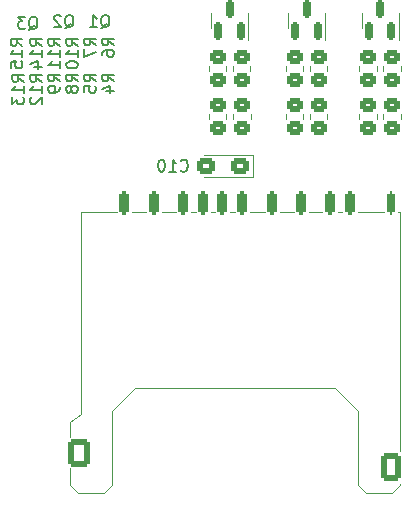
<source format=gbo>
%TF.GenerationSoftware,KiCad,Pcbnew,(6.0.7)*%
%TF.CreationDate,2022-09-18T21:03:07-04:00*%
%TF.ProjectId,SD2IEC,53443249-4543-42e6-9b69-6361645f7063,A*%
%TF.SameCoordinates,Original*%
%TF.FileFunction,Legend,Bot*%
%TF.FilePolarity,Positive*%
%FSLAX46Y46*%
G04 Gerber Fmt 4.6, Leading zero omitted, Abs format (unit mm)*
G04 Created by KiCad (PCBNEW (6.0.7)) date 2022-09-18 21:03:07*
%MOMM*%
%LPD*%
G01*
G04 APERTURE LIST*
G04 Aperture macros list*
%AMRoundRect*
0 Rectangle with rounded corners*
0 $1 Rounding radius*
0 $2 $3 $4 $5 $6 $7 $8 $9 X,Y pos of 4 corners*
0 Add a 4 corners polygon primitive as box body*
4,1,4,$2,$3,$4,$5,$6,$7,$8,$9,$2,$3,0*
0 Add four circle primitives for the rounded corners*
1,1,$1+$1,$2,$3*
1,1,$1+$1,$4,$5*
1,1,$1+$1,$6,$7*
1,1,$1+$1,$8,$9*
0 Add four rect primitives between the rounded corners*
20,1,$1+$1,$2,$3,$4,$5,0*
20,1,$1+$1,$4,$5,$6,$7,0*
20,1,$1+$1,$6,$7,$8,$9,0*
20,1,$1+$1,$8,$9,$2,$3,0*%
G04 Aperture macros list end*
%ADD10C,0.150000*%
%ADD11C,0.120000*%
%ADD12C,3.800000*%
%ADD13C,0.990600*%
%ADD14C,1.500000*%
%ADD15R,1.600000X1.600000*%
%ADD16O,1.600000X1.600000*%
%ADD17C,2.600000*%
%ADD18C,2.100000*%
%ADD19C,1.750000*%
%ADD20RoundRect,0.750000X-3.000000X0.750000X-3.000000X-0.750000X3.000000X-0.750000X3.000000X0.750000X0*%
%ADD21RoundRect,0.250000X0.725000X-0.600000X0.725000X0.600000X-0.725000X0.600000X-0.725000X-0.600000X0*%
%ADD22O,1.950000X1.700000*%
%ADD23RoundRect,0.250000X0.450000X-0.350000X0.450000X0.350000X-0.450000X0.350000X-0.450000X-0.350000X0*%
%ADD24RoundRect,0.250000X-0.450000X0.350000X-0.450000X-0.350000X0.450000X-0.350000X0.450000X0.350000X0*%
%ADD25RoundRect,0.150000X0.150000X-0.587500X0.150000X0.587500X-0.150000X0.587500X-0.150000X-0.587500X0*%
%ADD26RoundRect,0.250000X0.537500X0.425000X-0.537500X0.425000X-0.537500X-0.425000X0.537500X-0.425000X0*%
%ADD27RoundRect,0.250400X0.149600X0.749600X-0.149600X0.749600X-0.149600X-0.749600X0.149600X-0.749600X0*%
%ADD28RoundRect,0.249900X0.100100X0.750100X-0.100100X0.750100X-0.100100X-0.750100X0.100100X-0.750100X0*%
%ADD29RoundRect,0.250200X0.649800X0.949800X-0.649800X0.949800X-0.649800X-0.949800X0.649800X-0.949800X0*%
%ADD30RoundRect,0.249900X0.600100X0.950100X-0.600100X0.950100X-0.600100X-0.950100X0.600100X-0.950100X0*%
G04 APERTURE END LIST*
D10*
X103576380Y-93479333D02*
X103100190Y-93146000D01*
X103576380Y-92907904D02*
X102576380Y-92907904D01*
X102576380Y-93288857D01*
X102624000Y-93384095D01*
X102671619Y-93431714D01*
X102766857Y-93479333D01*
X102909714Y-93479333D01*
X103004952Y-93431714D01*
X103052571Y-93384095D01*
X103100190Y-93288857D01*
X103100190Y-92907904D01*
X102909714Y-94336476D02*
X103576380Y-94336476D01*
X102528761Y-94098380D02*
X103243047Y-93860285D01*
X103243047Y-94479333D01*
X102052380Y-93479333D02*
X101576190Y-93146000D01*
X102052380Y-92907904D02*
X101052380Y-92907904D01*
X101052380Y-93288857D01*
X101100000Y-93384095D01*
X101147619Y-93431714D01*
X101242857Y-93479333D01*
X101385714Y-93479333D01*
X101480952Y-93431714D01*
X101528571Y-93384095D01*
X101576190Y-93288857D01*
X101576190Y-92907904D01*
X101052380Y-94384095D02*
X101052380Y-93907904D01*
X101528571Y-93860285D01*
X101480952Y-93907904D01*
X101433333Y-94003142D01*
X101433333Y-94241238D01*
X101480952Y-94336476D01*
X101528571Y-94384095D01*
X101623809Y-94431714D01*
X101861904Y-94431714D01*
X101957142Y-94384095D01*
X102004761Y-94336476D01*
X102052380Y-94241238D01*
X102052380Y-94003142D01*
X102004761Y-93907904D01*
X101957142Y-93860285D01*
X103576380Y-90431333D02*
X103100190Y-90098000D01*
X103576380Y-89859904D02*
X102576380Y-89859904D01*
X102576380Y-90240857D01*
X102624000Y-90336095D01*
X102671619Y-90383714D01*
X102766857Y-90431333D01*
X102909714Y-90431333D01*
X103004952Y-90383714D01*
X103052571Y-90336095D01*
X103100190Y-90240857D01*
X103100190Y-89859904D01*
X102576380Y-91288476D02*
X102576380Y-91098000D01*
X102624000Y-91002761D01*
X102671619Y-90955142D01*
X102814476Y-90859904D01*
X103004952Y-90812285D01*
X103385904Y-90812285D01*
X103481142Y-90859904D01*
X103528761Y-90907523D01*
X103576380Y-91002761D01*
X103576380Y-91193238D01*
X103528761Y-91288476D01*
X103481142Y-91336095D01*
X103385904Y-91383714D01*
X103147809Y-91383714D01*
X103052571Y-91336095D01*
X103004952Y-91288476D01*
X102957333Y-91193238D01*
X102957333Y-91002761D01*
X103004952Y-90907523D01*
X103052571Y-90859904D01*
X103147809Y-90812285D01*
X102052380Y-90431333D02*
X101576190Y-90098000D01*
X102052380Y-89859904D02*
X101052380Y-89859904D01*
X101052380Y-90240857D01*
X101100000Y-90336095D01*
X101147619Y-90383714D01*
X101242857Y-90431333D01*
X101385714Y-90431333D01*
X101480952Y-90383714D01*
X101528571Y-90336095D01*
X101576190Y-90240857D01*
X101576190Y-89859904D01*
X101052380Y-90764666D02*
X101052380Y-91431333D01*
X102052380Y-91002761D01*
X100528380Y-93479333D02*
X100052190Y-93146000D01*
X100528380Y-92907904D02*
X99528380Y-92907904D01*
X99528380Y-93288857D01*
X99576000Y-93384095D01*
X99623619Y-93431714D01*
X99718857Y-93479333D01*
X99861714Y-93479333D01*
X99956952Y-93431714D01*
X100004571Y-93384095D01*
X100052190Y-93288857D01*
X100052190Y-92907904D01*
X99956952Y-94050761D02*
X99909333Y-93955523D01*
X99861714Y-93907904D01*
X99766476Y-93860285D01*
X99718857Y-93860285D01*
X99623619Y-93907904D01*
X99576000Y-93955523D01*
X99528380Y-94050761D01*
X99528380Y-94241238D01*
X99576000Y-94336476D01*
X99623619Y-94384095D01*
X99718857Y-94431714D01*
X99766476Y-94431714D01*
X99861714Y-94384095D01*
X99909333Y-94336476D01*
X99956952Y-94241238D01*
X99956952Y-94050761D01*
X100004571Y-93955523D01*
X100052190Y-93907904D01*
X100147428Y-93860285D01*
X100337904Y-93860285D01*
X100433142Y-93907904D01*
X100480761Y-93955523D01*
X100528380Y-94050761D01*
X100528380Y-94241238D01*
X100480761Y-94336476D01*
X100433142Y-94384095D01*
X100337904Y-94431714D01*
X100147428Y-94431714D01*
X100052190Y-94384095D01*
X100004571Y-94336476D01*
X99956952Y-94241238D01*
X99004380Y-93479333D02*
X98528190Y-93146000D01*
X99004380Y-92907904D02*
X98004380Y-92907904D01*
X98004380Y-93288857D01*
X98052000Y-93384095D01*
X98099619Y-93431714D01*
X98194857Y-93479333D01*
X98337714Y-93479333D01*
X98432952Y-93431714D01*
X98480571Y-93384095D01*
X98528190Y-93288857D01*
X98528190Y-92907904D01*
X99004380Y-93955523D02*
X99004380Y-94146000D01*
X98956761Y-94241238D01*
X98909142Y-94288857D01*
X98766285Y-94384095D01*
X98575809Y-94431714D01*
X98194857Y-94431714D01*
X98099619Y-94384095D01*
X98052000Y-94336476D01*
X98004380Y-94241238D01*
X98004380Y-94050761D01*
X98052000Y-93955523D01*
X98099619Y-93907904D01*
X98194857Y-93860285D01*
X98432952Y-93860285D01*
X98528190Y-93907904D01*
X98575809Y-93955523D01*
X98623428Y-94050761D01*
X98623428Y-94241238D01*
X98575809Y-94336476D01*
X98528190Y-94384095D01*
X98432952Y-94431714D01*
X100528380Y-90463142D02*
X100052190Y-90129809D01*
X100528380Y-89891714D02*
X99528380Y-89891714D01*
X99528380Y-90272666D01*
X99576000Y-90367904D01*
X99623619Y-90415523D01*
X99718857Y-90463142D01*
X99861714Y-90463142D01*
X99956952Y-90415523D01*
X100004571Y-90367904D01*
X100052190Y-90272666D01*
X100052190Y-89891714D01*
X100528380Y-91415523D02*
X100528380Y-90844095D01*
X100528380Y-91129809D02*
X99528380Y-91129809D01*
X99671238Y-91034571D01*
X99766476Y-90939333D01*
X99814095Y-90844095D01*
X99528380Y-92034571D02*
X99528380Y-92129809D01*
X99576000Y-92225047D01*
X99623619Y-92272666D01*
X99718857Y-92320285D01*
X99909333Y-92367904D01*
X100147428Y-92367904D01*
X100337904Y-92320285D01*
X100433142Y-92272666D01*
X100480761Y-92225047D01*
X100528380Y-92129809D01*
X100528380Y-92034571D01*
X100480761Y-91939333D01*
X100433142Y-91891714D01*
X100337904Y-91844095D01*
X100147428Y-91796476D01*
X99909333Y-91796476D01*
X99718857Y-91844095D01*
X99623619Y-91891714D01*
X99576000Y-91939333D01*
X99528380Y-92034571D01*
X99004380Y-90463142D02*
X98528190Y-90129809D01*
X99004380Y-89891714D02*
X98004380Y-89891714D01*
X98004380Y-90272666D01*
X98052000Y-90367904D01*
X98099619Y-90415523D01*
X98194857Y-90463142D01*
X98337714Y-90463142D01*
X98432952Y-90415523D01*
X98480571Y-90367904D01*
X98528190Y-90272666D01*
X98528190Y-89891714D01*
X99004380Y-91415523D02*
X99004380Y-90844095D01*
X99004380Y-91129809D02*
X98004380Y-91129809D01*
X98147238Y-91034571D01*
X98242476Y-90939333D01*
X98290095Y-90844095D01*
X99004380Y-92367904D02*
X99004380Y-91796476D01*
X99004380Y-92082190D02*
X98004380Y-92082190D01*
X98147238Y-91986952D01*
X98242476Y-91891714D01*
X98290095Y-91796476D01*
X97480380Y-93511142D02*
X97004190Y-93177809D01*
X97480380Y-92939714D02*
X96480380Y-92939714D01*
X96480380Y-93320666D01*
X96528000Y-93415904D01*
X96575619Y-93463523D01*
X96670857Y-93511142D01*
X96813714Y-93511142D01*
X96908952Y-93463523D01*
X96956571Y-93415904D01*
X97004190Y-93320666D01*
X97004190Y-92939714D01*
X97480380Y-94463523D02*
X97480380Y-93892095D01*
X97480380Y-94177809D02*
X96480380Y-94177809D01*
X96623238Y-94082571D01*
X96718476Y-93987333D01*
X96766095Y-93892095D01*
X96575619Y-94844476D02*
X96528000Y-94892095D01*
X96480380Y-94987333D01*
X96480380Y-95225428D01*
X96528000Y-95320666D01*
X96575619Y-95368285D01*
X96670857Y-95415904D01*
X96766095Y-95415904D01*
X96908952Y-95368285D01*
X97480380Y-94796857D01*
X97480380Y-95415904D01*
X95956380Y-93511142D02*
X95480190Y-93177809D01*
X95956380Y-92939714D02*
X94956380Y-92939714D01*
X94956380Y-93320666D01*
X95004000Y-93415904D01*
X95051619Y-93463523D01*
X95146857Y-93511142D01*
X95289714Y-93511142D01*
X95384952Y-93463523D01*
X95432571Y-93415904D01*
X95480190Y-93320666D01*
X95480190Y-92939714D01*
X95956380Y-94463523D02*
X95956380Y-93892095D01*
X95956380Y-94177809D02*
X94956380Y-94177809D01*
X95099238Y-94082571D01*
X95194476Y-93987333D01*
X95242095Y-93892095D01*
X94956380Y-94796857D02*
X94956380Y-95415904D01*
X95337333Y-95082571D01*
X95337333Y-95225428D01*
X95384952Y-95320666D01*
X95432571Y-95368285D01*
X95527809Y-95415904D01*
X95765904Y-95415904D01*
X95861142Y-95368285D01*
X95908761Y-95320666D01*
X95956380Y-95225428D01*
X95956380Y-94939714D01*
X95908761Y-94844476D01*
X95861142Y-94796857D01*
X97480380Y-90463142D02*
X97004190Y-90129809D01*
X97480380Y-89891714D02*
X96480380Y-89891714D01*
X96480380Y-90272666D01*
X96528000Y-90367904D01*
X96575619Y-90415523D01*
X96670857Y-90463142D01*
X96813714Y-90463142D01*
X96908952Y-90415523D01*
X96956571Y-90367904D01*
X97004190Y-90272666D01*
X97004190Y-89891714D01*
X97480380Y-91415523D02*
X97480380Y-90844095D01*
X97480380Y-91129809D02*
X96480380Y-91129809D01*
X96623238Y-91034571D01*
X96718476Y-90939333D01*
X96766095Y-90844095D01*
X96813714Y-92272666D02*
X97480380Y-92272666D01*
X96432761Y-92034571D02*
X97147047Y-91796476D01*
X97147047Y-92415523D01*
X95829380Y-90463142D02*
X95353190Y-90129809D01*
X95829380Y-89891714D02*
X94829380Y-89891714D01*
X94829380Y-90272666D01*
X94877000Y-90367904D01*
X94924619Y-90415523D01*
X95019857Y-90463142D01*
X95162714Y-90463142D01*
X95257952Y-90415523D01*
X95305571Y-90367904D01*
X95353190Y-90272666D01*
X95353190Y-89891714D01*
X95829380Y-91415523D02*
X95829380Y-90844095D01*
X95829380Y-91129809D02*
X94829380Y-91129809D01*
X94972238Y-91034571D01*
X95067476Y-90939333D01*
X95115095Y-90844095D01*
X94829380Y-92320285D02*
X94829380Y-91844095D01*
X95305571Y-91796476D01*
X95257952Y-91844095D01*
X95210333Y-91939333D01*
X95210333Y-92177428D01*
X95257952Y-92272666D01*
X95305571Y-92320285D01*
X95400809Y-92367904D01*
X95638904Y-92367904D01*
X95734142Y-92320285D01*
X95781761Y-92272666D01*
X95829380Y-92177428D01*
X95829380Y-91939333D01*
X95781761Y-91844095D01*
X95734142Y-91796476D01*
X102457238Y-88971619D02*
X102552476Y-88924000D01*
X102647714Y-88828761D01*
X102790571Y-88685904D01*
X102885809Y-88638285D01*
X102981047Y-88638285D01*
X102933428Y-88876380D02*
X103028666Y-88828761D01*
X103123904Y-88733523D01*
X103171523Y-88543047D01*
X103171523Y-88209714D01*
X103123904Y-88019238D01*
X103028666Y-87924000D01*
X102933428Y-87876380D01*
X102742952Y-87876380D01*
X102647714Y-87924000D01*
X102552476Y-88019238D01*
X102504857Y-88209714D01*
X102504857Y-88543047D01*
X102552476Y-88733523D01*
X102647714Y-88828761D01*
X102742952Y-88876380D01*
X102933428Y-88876380D01*
X101552476Y-88876380D02*
X102123904Y-88876380D01*
X101838190Y-88876380D02*
X101838190Y-87876380D01*
X101933428Y-88019238D01*
X102028666Y-88114476D01*
X102123904Y-88162095D01*
X99409238Y-88971619D02*
X99504476Y-88924000D01*
X99599714Y-88828761D01*
X99742571Y-88685904D01*
X99837809Y-88638285D01*
X99933047Y-88638285D01*
X99885428Y-88876380D02*
X99980666Y-88828761D01*
X100075904Y-88733523D01*
X100123523Y-88543047D01*
X100123523Y-88209714D01*
X100075904Y-88019238D01*
X99980666Y-87924000D01*
X99885428Y-87876380D01*
X99694952Y-87876380D01*
X99599714Y-87924000D01*
X99504476Y-88019238D01*
X99456857Y-88209714D01*
X99456857Y-88543047D01*
X99504476Y-88733523D01*
X99599714Y-88828761D01*
X99694952Y-88876380D01*
X99885428Y-88876380D01*
X99075904Y-87971619D02*
X99028285Y-87924000D01*
X98933047Y-87876380D01*
X98694952Y-87876380D01*
X98599714Y-87924000D01*
X98552095Y-87971619D01*
X98504476Y-88066857D01*
X98504476Y-88162095D01*
X98552095Y-88304952D01*
X99123523Y-88876380D01*
X98504476Y-88876380D01*
X96361238Y-89113619D02*
X96456476Y-89066000D01*
X96551714Y-88970761D01*
X96694571Y-88827904D01*
X96789809Y-88780285D01*
X96885047Y-88780285D01*
X96837428Y-89018380D02*
X96932666Y-88970761D01*
X97027904Y-88875523D01*
X97075523Y-88685047D01*
X97075523Y-88351714D01*
X97027904Y-88161238D01*
X96932666Y-88066000D01*
X96837428Y-88018380D01*
X96646952Y-88018380D01*
X96551714Y-88066000D01*
X96456476Y-88161238D01*
X96408857Y-88351714D01*
X96408857Y-88685047D01*
X96456476Y-88875523D01*
X96551714Y-88970761D01*
X96646952Y-89018380D01*
X96837428Y-89018380D01*
X96075523Y-88018380D02*
X95456476Y-88018380D01*
X95789809Y-88399333D01*
X95646952Y-88399333D01*
X95551714Y-88446952D01*
X95504095Y-88494571D01*
X95456476Y-88589809D01*
X95456476Y-88827904D01*
X95504095Y-88923142D01*
X95551714Y-88970761D01*
X95646952Y-89018380D01*
X95932666Y-89018380D01*
X96027904Y-88970761D01*
X96075523Y-88923142D01*
X109227857Y-101017142D02*
X109275476Y-101064761D01*
X109418333Y-101112380D01*
X109513571Y-101112380D01*
X109656428Y-101064761D01*
X109751666Y-100969523D01*
X109799285Y-100874285D01*
X109846904Y-100683809D01*
X109846904Y-100540952D01*
X109799285Y-100350476D01*
X109751666Y-100255238D01*
X109656428Y-100160000D01*
X109513571Y-100112380D01*
X109418333Y-100112380D01*
X109275476Y-100160000D01*
X109227857Y-100207619D01*
X108275476Y-101112380D02*
X108846904Y-101112380D01*
X108561190Y-101112380D02*
X108561190Y-100112380D01*
X108656428Y-100255238D01*
X108751666Y-100350476D01*
X108846904Y-100398095D01*
X107656428Y-100112380D02*
X107561190Y-100112380D01*
X107465952Y-100160000D01*
X107418333Y-100207619D01*
X107370714Y-100302857D01*
X107323095Y-100493333D01*
X107323095Y-100731428D01*
X107370714Y-100921904D01*
X107418333Y-101017142D01*
X107465952Y-101064761D01*
X107561190Y-101112380D01*
X107656428Y-101112380D01*
X107751666Y-101064761D01*
X107799285Y-101017142D01*
X107846904Y-100921904D01*
X107894523Y-100731428D01*
X107894523Y-100493333D01*
X107846904Y-100302857D01*
X107799285Y-100207619D01*
X107751666Y-100160000D01*
X107656428Y-100112380D01*
D11*
X127862000Y-96667064D02*
X127862000Y-96212936D01*
X126392000Y-96667064D02*
X126392000Y-96212936D01*
X125830000Y-96667064D02*
X125830000Y-96212936D01*
X124360000Y-96667064D02*
X124360000Y-96212936D01*
X126392000Y-92148936D02*
X126392000Y-92603064D01*
X127862000Y-92148936D02*
X127862000Y-92603064D01*
X125830000Y-92603064D02*
X125830000Y-92148936D01*
X124360000Y-92603064D02*
X124360000Y-92148936D01*
X120169000Y-96667064D02*
X120169000Y-96212936D01*
X121639000Y-96667064D02*
X121639000Y-96212936D01*
X118137000Y-96667064D02*
X118137000Y-96212936D01*
X119607000Y-96667064D02*
X119607000Y-96212936D01*
X120169000Y-92148936D02*
X120169000Y-92603064D01*
X121639000Y-92148936D02*
X121639000Y-92603064D01*
X119607000Y-92603064D02*
X119607000Y-92148936D01*
X118137000Y-92603064D02*
X118137000Y-92148936D01*
X115162000Y-96667064D02*
X115162000Y-96212936D01*
X113692000Y-96667064D02*
X113692000Y-96212936D01*
X111619001Y-96667064D02*
X111619001Y-96212936D01*
X113089001Y-96667064D02*
X113089001Y-96212936D01*
X115121001Y-92148936D02*
X115121001Y-92603064D01*
X113651001Y-92148936D02*
X113651001Y-92603064D01*
X111619001Y-92603064D02*
X111619001Y-92148936D01*
X113089001Y-92603064D02*
X113089001Y-92148936D01*
X124551000Y-88312000D02*
X124551000Y-87662000D01*
X124551000Y-88312000D02*
X124551000Y-88962000D01*
X127671000Y-88312000D02*
X127671000Y-89987000D01*
X127671000Y-88312000D02*
X127671000Y-87662000D01*
X121448000Y-88312000D02*
X121448000Y-87662000D01*
X118328000Y-88312000D02*
X118328000Y-88962000D01*
X121448000Y-88312000D02*
X121448000Y-89987000D01*
X118328000Y-88312000D02*
X118328000Y-87662000D01*
X114930001Y-88312000D02*
X114930001Y-89987000D01*
X114930001Y-88312000D02*
X114930001Y-87662000D01*
X111810001Y-88312000D02*
X111810001Y-87662000D01*
X111810001Y-88312000D02*
X111810001Y-88962000D01*
X115305000Y-101595000D02*
X111220000Y-101595000D01*
X115305000Y-99725000D02*
X115305000Y-101595000D01*
X111220000Y-99725000D02*
X115305000Y-99725000D01*
X122320000Y-119452000D02*
X105320000Y-119452000D01*
X100520000Y-128352000D02*
X102720000Y-128352000D01*
X124220000Y-127652000D02*
X124920000Y-128352000D01*
X100820000Y-121652000D02*
X100820000Y-104552000D01*
X100820000Y-104552000D02*
X103820000Y-104552000D01*
X99820000Y-122352000D02*
X100820000Y-121652000D01*
X110120000Y-104552000D02*
X110520000Y-104552000D01*
X100520000Y-128352000D02*
X99820000Y-127652000D01*
X127820000Y-127552000D02*
X127820000Y-127652000D01*
X113420000Y-104552000D02*
X113820000Y-104552000D01*
X105320000Y-119452000D02*
X103420000Y-121352000D01*
X99820000Y-126252000D02*
X99820000Y-127652000D01*
X127120000Y-128352000D02*
X124920000Y-128352000D01*
X122320000Y-119452000D02*
X124220000Y-121352000D01*
X122520000Y-104552000D02*
X122920000Y-104552000D01*
X120120000Y-104552000D02*
X121220000Y-104552000D01*
X111820000Y-104552000D02*
X112120000Y-104552000D01*
X124220000Y-127652000D02*
X124220000Y-121352000D01*
X117620000Y-104552000D02*
X118820000Y-104552000D01*
X124220000Y-104552000D02*
X126420000Y-104552000D01*
X127120000Y-128352000D02*
X127820000Y-127652000D01*
X103420000Y-127652000D02*
X102720000Y-128352000D01*
X107620000Y-104552000D02*
X108820000Y-104552000D01*
X127620000Y-104552000D02*
X127820000Y-104552000D01*
X99820000Y-122352000D02*
X99820000Y-123552000D01*
X127820000Y-104552000D02*
X127820000Y-124752000D01*
X115120000Y-104552000D02*
X116320000Y-104552000D01*
X105120000Y-104552000D02*
X106320000Y-104552000D01*
X103420000Y-127652000D02*
X103420000Y-121352000D01*
%LPC*%
D12*
X145320000Y-81160000D03*
X86320000Y-81160000D03*
X145320000Y-126160000D03*
X86320000Y-126160000D03*
D13*
X103759000Y-81200000D03*
X104775000Y-86280000D03*
X105791000Y-81200000D03*
D14*
X95820000Y-102660000D03*
X95820000Y-97780000D03*
D15*
X99017500Y-85015000D03*
D16*
X99017500Y-82475000D03*
X91397500Y-82475000D03*
X91397500Y-85015000D03*
D17*
X130720000Y-93422000D03*
X133320000Y-98422000D03*
X133320000Y-88422000D03*
X135820000Y-100922000D03*
X135820000Y-93422000D03*
X135820000Y-85922000D03*
X145320000Y-88422000D03*
X145320000Y-98422000D03*
X130720000Y-113660000D03*
X133320000Y-118660000D03*
X133320000Y-108660000D03*
X135820000Y-121160000D03*
X135820000Y-113660000D03*
X135820000Y-106160000D03*
X145320000Y-118660000D03*
X145320000Y-108660000D03*
D18*
X109570000Y-84150000D03*
X116580000Y-84150000D03*
D19*
X110820000Y-81660000D03*
X115320000Y-81660000D03*
D18*
X119570000Y-84150000D03*
X126580000Y-84150000D03*
D19*
X120820000Y-81660000D03*
X125320000Y-81660000D03*
D20*
X88108000Y-113560000D03*
X88108000Y-109600000D03*
X88108000Y-105640000D03*
X88108000Y-101680000D03*
X88108000Y-97720000D03*
X88108000Y-93760000D03*
D21*
X140820000Y-118660000D03*
D22*
X140820000Y-116160000D03*
X140820000Y-113660000D03*
X140820000Y-111160000D03*
X140820000Y-108660000D03*
X140820000Y-106160000D03*
D21*
X140820000Y-98660000D03*
D22*
X140820000Y-96160000D03*
X140820000Y-93660000D03*
X140820000Y-91160000D03*
X140820000Y-88660000D03*
X140820000Y-86160000D03*
D23*
X127127000Y-97440000D03*
X127127000Y-95440000D03*
X125095000Y-95440000D03*
X125095000Y-97440000D03*
D24*
X127127000Y-91376000D03*
X127127000Y-93376000D03*
D23*
X125095000Y-93376000D03*
X125095000Y-91376000D03*
X120904000Y-95440000D03*
X120904000Y-97440000D03*
X118872000Y-97440000D03*
X118872000Y-95440000D03*
D24*
X120904000Y-91376000D03*
X120904000Y-93376000D03*
D23*
X118872000Y-93376000D03*
X118872000Y-91376000D03*
X114427000Y-95440000D03*
X114427000Y-97440000D03*
X112354001Y-95440000D03*
X112354001Y-97440000D03*
D24*
X114386001Y-91376000D03*
X114386001Y-93376000D03*
D23*
X112354001Y-91376000D03*
X112354001Y-93376000D03*
D25*
X127061000Y-89249500D03*
X125161000Y-89249500D03*
X126111000Y-87374500D03*
X120838000Y-89249500D03*
X118938000Y-89249500D03*
X119888000Y-87374500D03*
X114320001Y-89249500D03*
X112420001Y-89249500D03*
X113370001Y-87374500D03*
D26*
X114257500Y-100660000D03*
X111382500Y-100660000D03*
D14*
X125920000Y-110952000D03*
X101720000Y-110952000D03*
D27*
X106940000Y-103752000D03*
X109440000Y-103752000D03*
X112740000Y-103752000D03*
X114440000Y-103752000D03*
X116940000Y-103752000D03*
X119440000Y-103752000D03*
X121870000Y-103752000D03*
X123570000Y-103752000D03*
X104440000Y-103752000D03*
X111140000Y-103752000D03*
D28*
X127060000Y-103752000D03*
D29*
X100620000Y-124952000D03*
D30*
X127070000Y-126152000D03*
M02*

</source>
